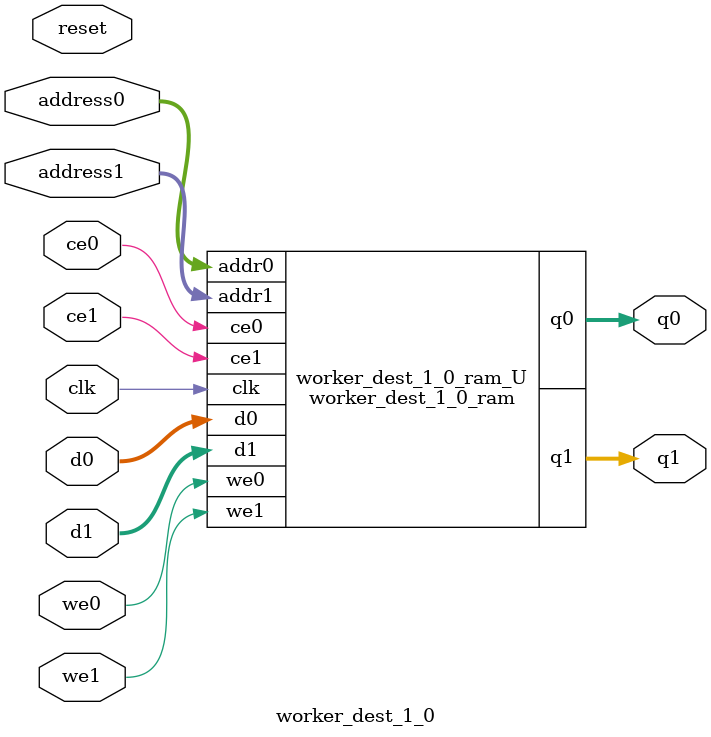
<source format=v>

`timescale 1 ns / 1 ps
module worker_dest_1_0_ram (addr0, ce0, d0, we0, q0, addr1, ce1, d1, we1, q1,  clk);

parameter DWIDTH = 32;
parameter AWIDTH = 5;
parameter MEM_SIZE = 25;

input[AWIDTH-1:0] addr0;
input ce0;
input[DWIDTH-1:0] d0;
input we0;
output reg[DWIDTH-1:0] q0;
input[AWIDTH-1:0] addr1;
input ce1;
input[DWIDTH-1:0] d1;
input we1;
output reg[DWIDTH-1:0] q1;
input clk;

(* ram_style = "block" *)reg [DWIDTH-1:0] ram[MEM_SIZE-1:0];




always @(posedge clk)  
begin 
    if (ce0) 
    begin
        if (we0) 
        begin 
            ram[addr0] <= d0; 
            q0 <= d0;
        end 
        else 
            q0 <= ram[addr0];
    end
end


always @(posedge clk)  
begin 
    if (ce1) 
    begin
        if (we1) 
        begin 
            ram[addr1] <= d1; 
            q1 <= d1;
        end 
        else 
            q1 <= ram[addr1];
    end
end


endmodule


`timescale 1 ns / 1 ps
module worker_dest_1_0(
    reset,
    clk,
    address0,
    ce0,
    we0,
    d0,
    q0,
    address1,
    ce1,
    we1,
    d1,
    q1);

parameter DataWidth = 32'd32;
parameter AddressRange = 32'd25;
parameter AddressWidth = 32'd5;
input reset;
input clk;
input[AddressWidth - 1:0] address0;
input ce0;
input we0;
input[DataWidth - 1:0] d0;
output[DataWidth - 1:0] q0;
input[AddressWidth - 1:0] address1;
input ce1;
input we1;
input[DataWidth - 1:0] d1;
output[DataWidth - 1:0] q1;



worker_dest_1_0_ram worker_dest_1_0_ram_U(
    .clk( clk ),
    .addr0( address0 ),
    .ce0( ce0 ),
    .d0( d0 ),
    .we0( we0 ),
    .q0( q0 ),
    .addr1( address1 ),
    .ce1( ce1 ),
    .d1( d1 ),
    .we1( we1 ),
    .q1( q1 ));

endmodule


</source>
